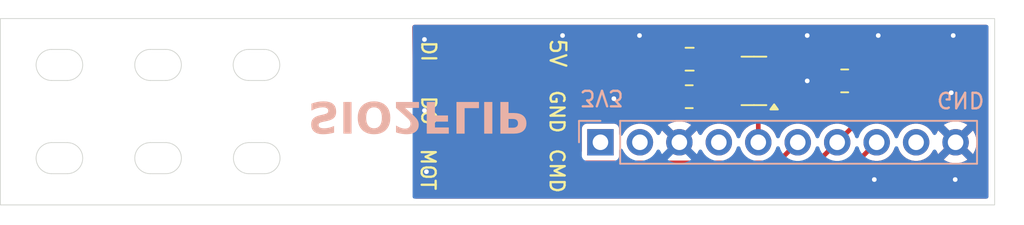
<source format=kicad_pcb>
(kicad_pcb (version 20241229) (generator "pcbnew") (generator_version "9.0")
  (layers (0 "F.Cu" signal) (2 "B.Cu" signal) (13 "F.Paste" user) (15 "B.Paste" user) (5 "F.SilkS" user "F.Silkscreen") (7 "B.SilkS" user "B.Silkscreen") (1 "F.Mask" user) (3 "B.Mask" user) (25 "Edge.Cuts" user))
  (net 0 "")
  (net 1 "+3V3")
  (net 2 "GND")
  (net 3 "+5V")
  (net 4 "Net-(R1-Pad2)")
  (net 9 "/MOTOR")
  (net 10 "/TX")
  (net 11 "/CMD")
  (net 12 "/RX")
  (net 13 "Net-(J3-Pin_1)")
  (footprint "Capacitor_SMD:C_0805_2012Metric" (layer "F.Cu") (at 162.8648 87.63)
    (property "Reference" "C1" (hide yes))
    (property "Value" "1u")
    (fp_line (start -0.261252 -0.735) (end 0.261252 -0.735) (stroke (width 0.12)) (layer "F.SilkS"))
    (fp_line (start -0.261252 0.735) (end 0.261252 0.735) (stroke (width 0.12)) (layer "F.SilkS"))
    (pad "1" smd roundrect (at -0.95 0) (size 1 1.45) (layers "F.Cu" "F.Mask" "F.Paste") (net 3 "+5V"))
    (pad "2" smd roundrect (at 0.95 0) (size 1 1.45) (layers "F.Cu" "F.Mask" "F.Paste") (net 2 "GND"))
  )
  (footprint "Library:SolderWirePad_1x01_SMD_2x2mm" (layer "F.Cu") (at 148.336 94.742)
    (property "Reference" "J5" (hide yes))
    (property "Value" "Conn_01x01_Pin" (hide yes))
    (pad "1" smd roundrect (at 0 0) (size 2 2) (layers "F.Cu" "F.Mask" "F.Paste") (net 9 "/MOTOR"))
  )
  (footprint "Library:SolderWirePad_1x01_SMD_2x2mm" (layer "F.Cu") (at 152.146 87.122)
    (property "Reference" "J2" (hide yes))
    (property "Value" "Conn_01x01_Pin" (hide yes))
    (pad "1" smd roundrect (at 0 0) (size 2 2) (layers "F.Cu" "F.Mask" "F.Paste") (net 3 "+5V"))
  )
  (footprint "Library:SolderWirePad_1x01_SMD_2x2mm" (layer "F.Cu") (at 152.146 90.932)
    (property "Reference" "J7" (hide yes))
    (property "Value" "Conn_01x01_Pin" (hide yes))
    (pad "1" smd roundrect (at 0 0) (size 2 2) (layers "F.Cu" "F.Mask" "F.Paste") (net 2 "GND"))
  )
  (footprint "Resistor_SMD:R_0805_2012Metric" (layer "F.Cu") (at 172.847 89.027 180)
    (property "Reference" "R2" (hide yes))
    (property "Value" "10k" (hide yes))
    (fp_line (start -0.227064 0.735) (end 0.227064 0.735) (stroke (width 0.12)) (layer "F.SilkS"))
    (fp_line (start -0.227064 -0.735) (end 0.227064 -0.735) (stroke (width 0.12)) (layer "F.SilkS"))
    (pad "1" smd roundrect (at -0.9125 0 180) (size 1.025 1.4) (layers "F.Cu" "F.Mask" "F.Paste") (roundrect_rratio 0.243902) (net 9 "/MOTOR"))
    (pad "2" smd roundrect (at 0.9125 0 180) (size 1.025 1.4) (layers "F.Cu" "F.Mask" "F.Paste") (roundrect_rratio 0.243902) (net 2 "GND"))
  )
  (footprint "Library:SolderWirePad_1x01_SMD_2x2mm" (layer "F.Cu") (at 148.336 90.932)
    (property "Reference" "J4" (hide yes))
    (property "Value" "Conn_01x01_Pin" (hide yes))
    (pad "1" smd roundrect (at 0 0) (size 2 2) (layers "F.Cu" "F.Mask" "F.Paste") (net 12 "/RX"))
  )
  (footprint "Library:SolderWirePad_1x01_SMD_2x2mm" (layer "F.Cu") (at 152.146 94.742)
    (property "Reference" "J6" (hide yes))
    (property "Value" "Conn_01x01_Pin" (hide yes))
    (pad "1" smd roundrect (at 0 0) (size 2 2) (layers "F.Cu" "F.Mask" "F.Paste") (net 11 "/CMD"))
  )
  (footprint "Resistor_SMD:R_0805_2012Metric" (layer "F.Cu") (at 162.8375 90.043)
    (property "Reference" "R1" (hide yes))
    (property "Value" "22" (hide yes))
    (fp_line (start -0.227064 -0.735) (end 0.227064 -0.735) (stroke (width 0.12)) (layer "F.SilkS"))
    (fp_line (start -0.227064 0.735) (end 0.227064 0.735) (stroke (width 0.12)) (layer "F.SilkS"))
    (pad "1" smd roundrect (at -0.9125 0) (size 1.025 1.4) (layers "F.Cu" "F.Mask" "F.Paste") (roundrect_rratio 0.243902) (net 13 "Net-(J3-Pin_1)"))
    (pad "2" smd roundrect (at 0.9125 0) (size 1.025 1.4) (layers "F.Cu" "F.Mask" "F.Paste") (roundrect_rratio 0.243902) (net 4 "Net-(R1-Pad2)"))
  )
  (footprint "Package_TO_SOT_SMD:SOT-23-6" (layer "F.Cu") (at 167.005 89.027 180)
    (property "Reference" "U1" (hide yes))
    (property "Value" "74HCT2G34")
    (fp_line (start 0 1.56) (end 0.8 1.56) (stroke (width 0.12)) (layer "F.SilkS"))
    (fp_line (start 0 1.56) (end -0.8 1.56) (stroke (width 0.12)) (layer "F.SilkS"))
    (fp_line (start 0 -1.56) (end 0.8 -1.56) (stroke (width 0.12)) (layer "F.SilkS"))
    (fp_line (start 0 -1.56) (end -0.8 -1.56) (stroke (width 0.12)) (layer "F.SilkS"))
    (fp_poly (pts (xy -1.3 -1.51) (xy -1.54 -1.84) (xy -1.06 -1.84)) (stroke (width 0.12)) (fill yes) (layer "F.SilkS"))
    (pad "1" smd roundrect (at -1.1375 -0.95 180) (size 1.325 0.6) (layers "F.Cu" "F.Mask" "F.Paste") (net 10 "/TX"))
    (pad "2" smd roundrect (at -1.1375 0 180) (size 1.325 0.6) (layers "F.Cu" "F.Mask" "F.Paste") (net 2 "GND"))
    (pad "3" smd roundrect (at -1.1375 0.95 180) (size 1.325 0.6) (layers "F.Cu" "F.Mask" "F.Paste") (net 2 "GND"))
    (pad "4" smd roundrect (at 1.1375 0.95 180) (size 1.325 0.6) (layers "F.Cu" "F.Mask" "F.Paste"))
    (pad "5" smd roundrect (at 1.1375 0 180) (size 1.325 0.6) (layers "F.Cu" "F.Mask" "F.Paste") (net 3 "+5V"))
    (pad "6" smd roundrect (at 1.1375 -0.95 180) (size 1.325 0.6) (layers "F.Cu" "F.Mask" "F.Paste") (net 4 "Net-(R1-Pad2)"))
  )
  (footprint "Library:SolderWirePad_1x01_SMD_2x2mm" (layer "F.Cu") (at 148.336 87.122)
    (property "Reference" "J3" (hide yes))
    (property "Value" "Conn_01x01_Pin" (hide yes))
    (pad "1" smd roundrect (at 0 0) (size 2 2) (layers "F.Cu" "F.Mask" "F.Paste") (net 13 "Net-(J3-Pin_1)"))
  )
  (footprint "Connector_PinHeader_2.54mm:PinHeader_1x10_P2.54mm_Vertical" (layer "B.Cu") (at 157.12433 92.978625 -90)
    (property "Reference" "J1" (hide yes))
    (property "Value" "Conn_01x10" (hide yes))
    (fp_line (start -1.38 1.38) (end 0 1.38) (stroke (width 0.12)) (layer "B.SilkS"))
    (fp_line (start -1.38 0) (end -1.38 1.38) (stroke (width 0.12)) (layer "B.SilkS"))
    (fp_line (start -1.38 -1.27) (end 1.38 -1.27) (stroke (width 0.12)) (layer "B.SilkS"))
    (fp_line (start -1.38 -1.27) (end -1.38 -24.24) (stroke (width 0.12)) (layer "B.SilkS"))
    (fp_line (start 1.38 -1.27) (end 1.38 -24.24) (stroke (width 0.12)) (layer "B.SilkS"))
    (fp_line (start -1.38 -24.24) (end 1.38 -24.24) (stroke (width 0.12)) (layer "B.SilkS"))
    (pad "1" thru_hole rect (at 0 0 270) (size 1.7 1.7) (drill 1) (layers "*.Cu" "*.Mask") (net 1 "+3V3"))
    (pad "2" thru_hole circle (at 0 -2.54 270) (size 1.7 1.7) (drill 1) (layers "*.Cu" "*.Mask"))
    (pad "3" thru_hole circle (at 0 -5.08 270) (size 1.7 1.7) (drill 1) (layers "*.Cu" "*.Mask") (net 2 "GND"))
    (pad "4" thru_hole circle (at 0 -7.62 270) (size 1.7 1.7) (drill 1) (layers "*.Cu" "*.Mask"))
    (pad "5" thru_hole circle (at 0 -10.16 270) (size 1.7 1.7) (drill 1) (layers "*.Cu" "*.Mask") (net 10 "/TX"))
    (pad "6" thru_hole circle (at 0 -12.7 270) (size 1.7 1.7) (drill 1) (layers "*.Cu" "*.Mask") (net 12 "/RX"))
    (pad "7" thru_hole circle (at 0 -15.24 270) (size 1.7 1.7) (drill 1) (layers "*.Cu" "*.Mask") (net 9 "/MOTOR"))
    (pad "8" thru_hole circle (at 0 -17.78 270) (size 1.7 1.7) (drill 1) (layers "*.Cu" "*.Mask") (net 11 "/CMD"))
    (pad "9" thru_hole circle (at 0 -20.32 270) (size 1.7 1.7) (drill 1) (layers "*.Cu" "*.Mask"))
    (pad "10" thru_hole circle (at 0 -22.86 270) (size 1.7 1.7) (drill 1) (layers "*.Cu" "*.Mask") (net 2 "GND"))
  )
  (gr_arc (start 129.15 93) (mid 130.15 94) (end 129.15 95) (stroke (width 0.05)) (layer "Edge.Cuts"))
  (gr_line (start 121.8 93) (end 122.8 93) (stroke (width 0.05)) (layer "Edge.Cuts"))
  (gr_arc (start 128.15 95) (mid 127.15 94) (end 128.15 93) (stroke (width 0.05)) (layer "Edge.Cuts"))
  (gr_arc (start 121.8 95) (mid 120.8 94) (end 121.8 93) (stroke (width 0.05)) (layer "Edge.Cuts"))
  (gr_line (start 134.484 89) (end 135.484 89) (stroke (width 0.05)) (layer "Edge.Cuts"))
  (gr_arc (start 121.8 89) (mid 120.8 88) (end 121.8 87) (stroke (width 0.05)) (layer "Edge.Cuts"))
  (gr_arc (start 134.484 89) (mid 133.484 88) (end 134.484 87) (stroke (width 0.05)) (layer "Edge.Cuts"))
  (gr_line (start 121.8 87) (end 122.8 87) (stroke (width 0.05)) (layer "Edge.Cuts"))
  (gr_line (start 134.5 95) (end 135.5 95) (stroke (width 0.05)) (layer "Edge.Cuts"))
  (gr_arc (start 122.8 87) (mid 123.8 88) (end 122.8 89) (stroke (width 0.05)) (layer "Edge.Cuts"))
  (gr_line (start 121.8 95) (end 122.8 95) (stroke (width 0.05)) (layer "Edge.Cuts"))
  (gr_arc (start 122.8 93) (mid 123.8 94) (end 122.8 95) (stroke (width 0.05)) (layer "Edge.Cuts"))
  (gr_line (start 128.15 87) (end 129.15 87) (stroke (width 0.05)) (layer "Edge.Cuts"))
  (gr_line (start 128.15 89) (end 129.15 89) (stroke (width 0.05)) (layer "Edge.Cuts"))
  (gr_arc (start 135.484 87) (mid 136.484 88) (end 135.484 89) (stroke (width 0.05)) (layer "Edge.Cuts"))
  (gr_line (start 128.15 93) (end 129.15 93) (stroke (width 0.05)) (layer "Edge.Cuts"))
  (gr_rect (start 118.5 85.015591) (end 182.5 97.009342) (stroke (width 0.05)) (fill no) (layer "Edge.Cuts"))
  (gr_arc (start 135.5 93) (mid 136.5 94) (end 135.5 95) (stroke (width 0.05)) (layer "Edge.Cuts"))
  (gr_arc (start 128.15 89) (mid 127.15 88) (end 128.15 87) (stroke (width 0.05)) (layer "Edge.Cuts"))
  (gr_line (start 134.484 87) (end 135.484 87) (stroke (width 0.05)) (layer "Edge.Cuts"))
  (gr_arc (start 129.15 87) (mid 130.15 88) (end 129.15 89) (stroke (width 0.05)) (layer "Edge.Cuts"))
  (gr_line (start 128.15 95) (end 129.15 95) (stroke (width 0.05)) (layer "Edge.Cuts"))
  (gr_line (start 121.8 89) (end 122.8 89) (stroke (width 0.05)) (layer "Edge.Cuts"))
  (gr_line (start 134.5 93) (end 135.5 93) (stroke (width 0.05)) (layer "Edge.Cuts"))
  (gr_arc (start 134.5 95) (mid 133.5 94) (end 134.5 93) (stroke (width 0.05)) (layer "Edge.Cuts"))
  (gr_text "MOT" (at 145.5 93.3 270) (layer "F.SilkS") (effects (font (size 0.9 0.9)) (justify left bottom)))
  (gr_text "CMD" (at 153.8 93.3 270) (layer "F.SilkS") (effects (font (size 0.9 0.9)) (justify left bottom)))
  (gr_text "DO" (at 145.542 89.916 270) (layer "F.SilkS") (effects (font (size 0.9 0.9)) (justify left bottom)))
  (gr_text "DI" (at 145.542 86.36 270) (layer "F.SilkS") (effects (font (size 0.9 0.9)) (justify left bottom)))
  (gr_text "GND" (at 153.797 89.535 270) (layer "F.SilkS") (effects (font (size 0.9 0.9)) (justify left bottom)))
  (gr_text "5V" (at 153.797 86.233 270) (layer "F.SilkS") (effects (font (size 1 1)) (justify left bottom)))
  (gr_text "SIO2FLIP" (at 138.303 90.043 180) (layer "B.SilkS") (effects (font (size 2 2) (thickness 0.35) (bold yes)) (justify left bottom mirror)))
  (gr_text "GND" (at 178.689 89.662 180) (layer "B.SilkS") (effects (font (size 1 1)) (justify left bottom mirror)))
  (gr_text "3V3" (at 155.74433 89.535 180) (layer "B.SilkS") (effects (font (size 1 1)) (justify left bottom mirror)))
  (segment (start 166.9542 85.979) (end 168.1425 87.1673) (width 0.3) (layer "F.Cu") (net 2))
  (segment (start 168.1425 87.1673) (end 168.1425 88.077) (width 0.3) (layer "F.Cu") (net 2))
  (segment (start 168.1425 88.077) (end 168.1425 87.8895) (width 0.3) (layer "F.Cu") (net 2))
  (segment (start 164.211 85.979) (end 166.9542 85.979) (width 0.3) (layer "F.Cu") (net 2))
  (segment (start 163.8148 87.63) (end 163.8148 86.3752) (width 0.3) (layer "F.Cu") (net 2))
  (segment (start 163.8148 86.3752) (end 164.211 85.979) (width 0.3) (layer "F.Cu") (net 2))
  (segment (start 170.434 89.027) (end 168.1425 89.027) (width 0.3) (layer "F.Cu") (net 2))
  (segment (start 152.146 90.932) (end 160.147 90.932) (width 0.3) (layer "F.Cu") (net 2))
  (segment (start 160.147 90.932) (end 162.193625 92.978625) (width 0.3) (layer "F.Cu") (net 2))
  (segment (start 171.9345 89.027) (end 170.434 89.027) (width 0.3) (layer "F.Cu") (net 2))
  (via (at 145.923 94.869) (size 0.6) (drill 0.3) (layers "F.Cu" "B.Cu") (net 2))
  (via (at 174.752 95.377) (size 0.6) (drill 0.3) (layers "F.Cu" "B.Cu") (net 2))
  (via (at 145.796 86.36) (size 0.6) (drill 0.3) (layers "F.Cu" "B.Cu") (net 2))
  (via (at 179.705 89.789) (size 0.6) (drill 0.3) (layers "F.Cu" "B.Cu") (net 2))
  (via (at 179.959 95.377) (size 0.6) (drill 0.3) (layers "F.Cu" "B.Cu") (net 2))
  (via (at 179.832 86.106) (size 0.6) (drill 0.3) (layers "F.Cu" "B.Cu") (net 2))
  (via (at 157.988 90.17) (size 0.6) (drill 0.3) (layers "F.Cu" "B.Cu") (net 2))
  (via (at 175.006 86.106) (size 0.6) (drill 0.3) (layers "F.Cu" "B.Cu") (net 2))
  (via (at 154.686 86.106) (size 0.6) (drill 0.3) (layers "F.Cu" "B.Cu") (net 2))
  (via (at 170.434 86.106) (size 0.6) (drill 0.3) (layers "F.Cu" "B.Cu") (net 2))
  (via (at 170.434 89.027) (size 0.6) (drill 0.3) (layers "F.Cu" "B.Cu") (net 2))
  (via (at 159.639 86.106) (size 0.6) (drill 0.3) (layers "F.Cu" "B.Cu") (net 2))
  (via (at 145.796 90.932) (size 0.6) (drill 0.3) (layers "F.Cu" "B.Cu") (net 2))
  (segment (start 165.205001 89.027) (end 165.8675 89.027) (width 0.3) (layer "F.Cu") (net 3))
  (segment (start 152.433 86.835) (end 152.146 87.122) (width 0.3) (layer "F.Cu") (net 3))
  (segment (start 161.9148 87.63) (end 163.0908 88.806) (width 0.3) (layer "F.Cu") (net 3))
  (segment (start 153.451 88.427) (end 161.3566 88.427) (width 0.3) (layer "F.Cu") (net 3))
  (segment (start 164.984001 88.806) (end 165.205001 89.027) (width 0.3) (layer "F.Cu") (net 3))
  (segment (start 152.146 87.122) (end 153.451 88.427) (width 0.3) (layer "F.Cu") (net 3))
  (segment (start 163.0908 88.806) (end 164.984001 88.806) (width 0.3) (layer "F.Cu") (net 3))
  (segment (start 161.9148 87.8688) (end 161.9148 87.63) (width 0.3) (layer "F.Cu") (net 3))
  (segment (start 161.3566 88.427) (end 161.9148 87.8688) (width 0.3) (layer "F.Cu") (net 3))
  (segment (start 163.75 90.043) (end 165.8015 90.043) (width 0.3) (layer "F.Cu") (net 4))
  (segment (start 165.8015 90.043) (end 165.8675 89.977) (width 0.3) (layer "F.Cu") (net 4))
  (segment (start 170.438955 94.904) (end 155.102 94.904) (width 0.3) (layer "F.Cu") (net 9))
  (segment (start 173.7595 89.027) (end 173.7595 91.583455) (width 0.3) (layer "F.Cu") (net 9))
  (segment (start 149.787 93.291) (end 148.336 94.742) (width 0.3) (layer "F.Cu") (net 9))
  (segment (start 153.489 93.291) (end 149.787 93.291) (width 0.3) (layer "F.Cu") (net 9))
  (segment (start 155.102 94.904) (end 153.489 93.291) (width 0.3) (layer "F.Cu") (net 9))
  (segment (start 173.7595 91.583455) (end 172.36433 92.978625) (width 0.3) (layer "F.Cu") (net 9))
  (segment (start 172.36433 92.978625) (end 170.438955 94.904) (width 0.3) (layer "F.Cu") (net 9))
  (segment (start 167.833 89.977) (end 167.28433 90.52567) (width 0.3) (layer "F.Cu") (net 10))
  (segment (start 167.28433 90.52567) (end 167.28433 92.978625) (width 0.3) (layer "F.Cu") (net 10))
  (segment (start 168.1425 89.977) (end 167.833 89.977) (width 0.3) (layer "F.Cu") (net 10))
  (segment (start 172.378955 95.504) (end 174.90433 92.978625) (width 0.3) (layer "F.Cu") (net 11))
  (segment (start 153.649662 94.742) (end 154.411662 95.504) (width 0.3) (layer "F.Cu") (net 11))
  (segment (start 152.146 94.742) (end 153.649662 94.742) (width 0.3) (layer "F.Cu") (net 11))
  (segment (start 154.411662 95.504) (end 172.378955 95.504) (width 0.3) (layer "F.Cu") (net 11))
  (segment (start 169.82433 92.978625) (end 168.498955 94.304) (width 0.3) (layer "F.Cu") (net 12))
  (segment (start 168.498955 94.304) (end 155.616644 94.304) (width 0.3) (layer "F.Cu") (net 12))
  (segment (start 154.003644 92.691) (end 150.095 92.691) (width 0.3) (layer "F.Cu") (net 12))
  (segment (start 150.095 92.691) (end 148.336 90.932) (width 0.3) (layer "F.Cu") (net 12))
  (segment (start 155.616644 94.304) (end 154.003644 92.691) (width 0.3) (layer "F.Cu") (net 12))
  (segment (start 161.925 90.043) (end 161.925 89.8398) (width 0.3) (layer "F.Cu") (net 13))
  (segment (start 151.2568 89.0428) (end 149.336 87.122) (width 0.3) (layer "F.Cu") (net 13))
  (segment (start 161.128 89.0428) (end 151.2568 89.0428) (width 0.3) (layer "F.Cu") (net 13))
  (segment (start 161.925 89.8398) (end 161.128 89.0428) (width 0.3) (layer "F.Cu") (net 13))
  (segment (start 149.336 87.122) (end 148.336 87.122) (width 0.3) (layer "F.Cu") (net 13))
  (zone (net 2) (net_name "GND") (layer "F.Cu") (priority 1) (connect_pads (clearance 0.35)) (min_thickness 0.3) (fill yes (thermal_gap 0.5) (thermal_bridge_width 0.5))
    (polygon (pts (xy 144.993868 83.82) (xy 184.277 83.82) (xy 184.404 98.298) (xy 145.120868 98.298)))
  )
  (zone (net 2) (net_name "GND") (layer "B.Cu") (connect_pads (clearance 0.35)) (min_thickness 0.25) (fill yes (thermal_gap 0.5) (thermal_bridge_width 0.5))
    (polygon (pts (xy 145.034 83.82) (xy 184.15 83.82) (xy 184.15 98.044) (xy 145.034 98.044)))
  )
)
</source>
